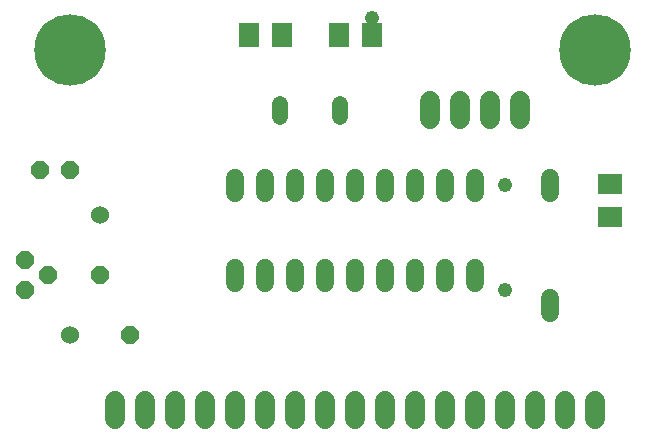
<source format=gbr>
G04 EAGLE Gerber RS-274X export*
G75*
%MOMM*%
%FSLAX34Y34*%
%LPD*%
%INSoldermask Top*%
%IPPOS*%
%AMOC8*
5,1,8,0,0,1.08239X$1,22.5*%
G01*
%ADD10R,1.803200X2.003200*%
%ADD11P,1.649562X8X22.500000*%
%ADD12P,1.649562X8X292.500000*%
%ADD13C,1.524000*%
%ADD14C,1.524000*%
%ADD15C,1.727200*%
%ADD16C,1.320800*%
%ADD17R,2.006200X1.803200*%
%ADD18C,6.045200*%
%ADD19C,1.209600*%


D10*
X255300Y355600D03*
X227300Y355600D03*
X303500Y355600D03*
X331500Y355600D03*
D11*
X50800Y241300D03*
X76200Y241300D03*
D12*
X101600Y152400D03*
D13*
X101600Y203200D03*
D11*
X127000Y101600D03*
D13*
X76200Y101600D03*
D14*
X482600Y120396D02*
X482600Y133604D01*
X482600Y221996D02*
X482600Y235204D01*
X215900Y159004D02*
X215900Y145796D01*
X241300Y145796D02*
X241300Y159004D01*
X266700Y159004D02*
X266700Y145796D01*
X292100Y145796D02*
X292100Y159004D01*
X317500Y159004D02*
X317500Y145796D01*
X342900Y145796D02*
X342900Y159004D01*
X368300Y159004D02*
X368300Y145796D01*
X393700Y145796D02*
X393700Y159004D01*
X419100Y159004D02*
X419100Y145796D01*
X419100Y221996D02*
X419100Y235204D01*
X393700Y235204D02*
X393700Y221996D01*
X368300Y221996D02*
X368300Y235204D01*
X342900Y235204D02*
X342900Y221996D01*
X317500Y221996D02*
X317500Y235204D01*
X292100Y235204D02*
X292100Y221996D01*
X266700Y221996D02*
X266700Y235204D01*
X241300Y235204D02*
X241300Y221996D01*
X215900Y221996D02*
X215900Y235204D01*
D12*
X38100Y165100D03*
X57150Y152400D03*
X38100Y139700D03*
D15*
X457200Y284480D02*
X457200Y299720D01*
X431800Y299720D02*
X431800Y284480D01*
X406400Y284480D02*
X406400Y299720D01*
X381000Y299720D02*
X381000Y284480D01*
X520700Y45720D02*
X520700Y30480D01*
X495300Y30480D02*
X495300Y45720D01*
X469900Y45720D02*
X469900Y30480D01*
X444500Y30480D02*
X444500Y45720D01*
X419100Y45720D02*
X419100Y30480D01*
X393700Y30480D02*
X393700Y45720D01*
X368300Y45720D02*
X368300Y30480D01*
X342900Y30480D02*
X342900Y45720D01*
X317500Y45720D02*
X317500Y30480D01*
X292100Y30480D02*
X292100Y45720D01*
X266700Y45720D02*
X266700Y30480D01*
X241300Y30480D02*
X241300Y45720D01*
X215900Y45720D02*
X215900Y30480D01*
X190500Y30480D02*
X190500Y45720D01*
X165100Y45720D02*
X165100Y30480D01*
X139700Y30480D02*
X139700Y45720D01*
X114300Y45720D02*
X114300Y30480D01*
D16*
X304800Y286512D02*
X304800Y297688D01*
X254000Y297688D02*
X254000Y286512D01*
D17*
X533400Y201680D03*
X533400Y230120D03*
D18*
X76200Y342900D03*
X520700Y342900D03*
D19*
X331500Y370382D03*
X444500Y228600D03*
X444500Y139700D03*
M02*

</source>
